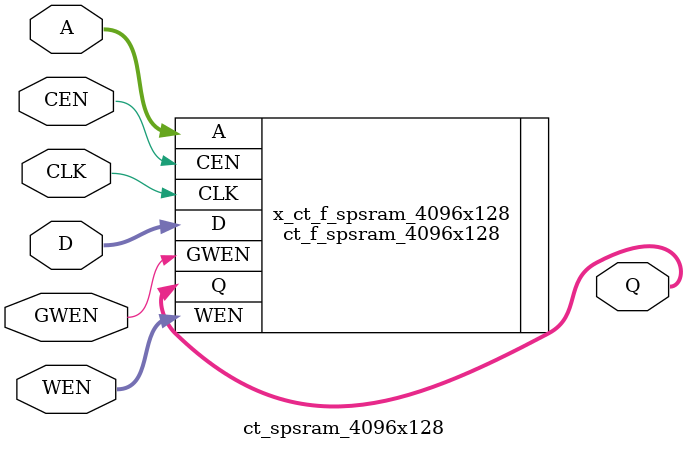
<source format=v>
/*Copyright 2019-2021 T-Head Semiconductor Co., Ltd.

Licensed under the Apache License, Version 2.0 (the "License");
you may not use this file except in compliance with the License.
You may obtain a copy of the License at

    http://www.apache.org/licenses/LICENSE-2.0

Unless required by applicable law or agreed to in writing, software
distributed under the License is distributed on an "AS IS" BASIS,
WITHOUT WARRANTIES OR CONDITIONS OF ANY KIND, either express or implied.
See the License for the specific language governing permissions and
limitations under the License.
*/

// &ModuleBeg; @22
module ct_spsram_4096x128(
  A,
  CEN,
  CLK,
  D,
  GWEN,
  Q,
  WEN
);

// &Ports; @23
input   [11 :0]  A;
input            CEN;
input            CLK;
input   [127:0]  D;
input            GWEN;
input   [127:0]  WEN;
output  [127:0]  Q;

// &Regs; @24

// &Wires; @25
wire    [11 :0]  A;
wire             CEN;
wire             CLK;
wire    [127:0]  D;
wire             GWEN;
wire    [127:0]  Q;
wire    [127:0]  WEN;


//**********************************************************
//                  Parameter Definition
//**********************************************************
parameter ADDR_WIDTH = 12;
parameter DATA_WIDTH = 128;
parameter WE_WIDTH   = 128;

// &Force("bus","Q",DATA_WIDTH-1,0); @34
// &Force("bus","WEN",WE_WIDTH-1,0); @35
// &Force("bus","A",ADDR_WIDTH-1,0); @36
// &Force("bus","D",DATA_WIDTH-1,0); @37

//  //********************************************************
//  //*                        FPGA memory                   *
//  //********************************************************
//   &Instance("ct_f_spsram_4096x128"); @43
ct_f_spsram_4096x128  x_ct_f_spsram_4096x128 (
  .A    (A   ),
  .CEN  (CEN ),
  .CLK  (CLK ),
  .D    (D   ),
  .GWEN (GWEN),
  .Q    (Q   ),
  .WEN  (WEN )
);

//   &Instance("ct_tsmc_spsram_4096x128"); @49

// &ModuleEnd; @65
endmodule



</source>
